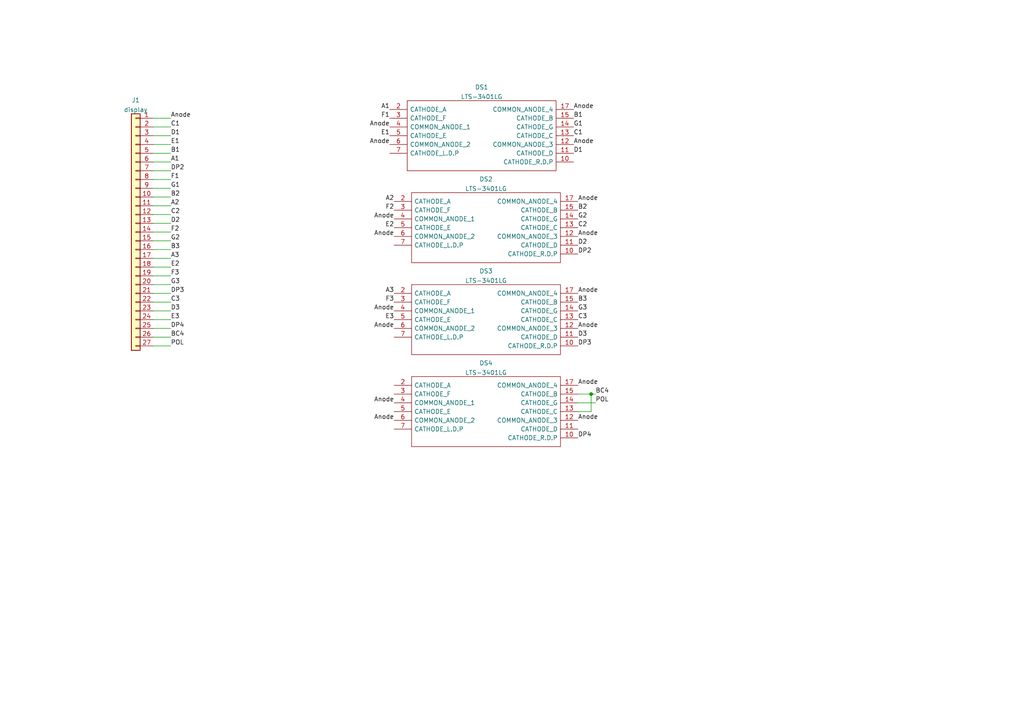
<source format=kicad_sch>
(kicad_sch (version 20211123) (generator eeschema)
  (paper "A4")
  (lib_symbols
    (symbol "Connector_Generic:Conn_01x27" (pin_names (offset 1.016) hide)
      (property "Reference" "J" (at 0 35.56 0))
      (property "Value" "Conn_01x27" (at 0 -35.56 0))
      (symbol "Conn_01x27_1_1"
        (rectangle (start -1.27 -32.893) (end 0 -33.147) (stroke (width 0.1524)))
        (rectangle (start -1.27 -30.353) (end 0 -30.607) (stroke (width 0.1524)))
        (rectangle (start -1.27 -27.813) (end 0 -28.067) (stroke (width 0.1524)))
        (rectangle (start -1.27 -25.273) (end 0 -25.527) (stroke (width 0.1524)))
        (rectangle (start -1.27 -22.733) (end 0 -22.987) (stroke (width 0.1524)))
        (rectangle (start -1.27 -20.193) (end 0 -20.447) (stroke (width 0.1524)))
        (rectangle (start -1.27 -17.653) (end 0 -17.907) (stroke (width 0.1524)))
        (rectangle (start -1.27 -15.113) (end 0 -15.367) (stroke (width 0.1524)))
        (rectangle (start -1.27 -12.573) (end 0 -12.827) (stroke (width 0.1524)))
        (rectangle (start -1.27 -10.033) (end 0 -10.287) (stroke (width 0.1524)))
        (rectangle (start -1.27 -7.493) (end 0 -7.747) (stroke (width 0.1524)))
        (rectangle (start -1.27 -4.953) (end 0 -5.207) (stroke (width 0.1524)))
        (rectangle (start -1.27 -2.413) (end 0 -2.667) (stroke (width 0.1524)))
        (rectangle (start -1.27 0.127) (end 0 -0.127) (stroke (width 0.1524)))
        (rectangle (start -1.27 2.667) (end 0 2.413) (stroke (width 0.1524)))
        (rectangle (start -1.27 5.207) (end 0 4.953) (stroke (width 0.1524)))
        (rectangle (start -1.27 7.747) (end 0 7.493) (stroke (width 0.1524)))
        (rectangle (start -1.27 10.287) (end 0 10.033) (stroke (width 0.1524)))
        (rectangle (start -1.27 12.827) (end 0 12.573) (stroke (width 0.1524)))
        (rectangle (start -1.27 15.367) (end 0 15.113) (stroke (width 0.1524)))
        (rectangle (start -1.27 17.907) (end 0 17.653) (stroke (width 0.1524)))
        (rectangle (start -1.27 20.447) (end 0 20.193) (stroke (width 0.1524)))
        (rectangle (start -1.27 22.987) (end 0 22.733) (stroke (width 0.1524)))
        (rectangle (start -1.27 25.527) (end 0 25.273) (stroke (width 0.1524)))
        (rectangle (start -1.27 28.067) (end 0 27.813) (stroke (width 0.1524)))
        (rectangle (start -1.27 30.607) (end 0 30.353) (stroke (width 0.1524)))
        (rectangle (start -1.27 33.147) (end 0 32.893) (stroke (width 0.1524)))
        (rectangle (start -1.27 34.29) (end 1.27 -34.29) (stroke (width 0.254)) (fill (type background)))
        (pin passive line (at -5.08 33.02 0) (length 3.81) (name "Pin_1") (number "1"))
        (pin passive line (at -5.08 10.16 0) (length 3.81) (name "Pin_10") (number "10"))
        (pin passive line (at -5.08 7.62 0) (length 3.81) (name "Pin_11") (number "11"))
        (pin passive line (at -5.08 5.08 0) (length 3.81) (name "Pin_12") (number "12"))
        (pin passive line (at -5.08 2.54 0) (length 3.81) (name "Pin_13") (number "13"))
        (pin passive line (at -5.08 0 0) (length 3.81) (name "Pin_14") (number "14"))
        (pin passive line (at -5.08 -2.54 0) (length 3.81) (name "Pin_15") (number "15"))
        (pin passive line (at -5.08 -5.08 0) (length 3.81) (name "Pin_16") (number "16"))
        (pin passive line (at -5.08 -7.62 0) (length 3.81) (name "Pin_17") (number "17"))
        (pin passive line (at -5.08 -10.16 0) (length 3.81) (name "Pin_18") (number "18"))
        (pin passive line (at -5.08 -12.7 0) (length 3.81) (name "Pin_19") (number "19"))
        (pin passive line (at -5.08 30.48 0) (length 3.81) (name "Pin_2") (number "2"))
        (pin passive line (at -5.08 -15.24 0) (length 3.81) (name "Pin_20") (number "20"))
        (pin passive line (at -5.08 -17.78 0) (length 3.81) (name "Pin_21") (number "21"))
        (pin passive line (at -5.08 -20.32 0) (length 3.81) (name "Pin_22") (number "22"))
        (pin passive line (at -5.08 -22.86 0) (length 3.81) (name "Pin_23") (number "23"))
        (pin passive line (at -5.08 -25.4 0) (length 3.81) (name "Pin_24") (number "24"))
        (pin passive line (at -5.08 -27.94 0) (length 3.81) (name "Pin_25") (number "25"))
        (pin passive line (at -5.08 -30.48 0) (length 3.81) (name "Pin_26") (number "26"))
        (pin passive line (at -5.08 -33.02 0) (length 3.81) (name "Pin_27") (number "27"))
        (pin passive line (at -5.08 27.94 0) (length 3.81) (name "Pin_3") (number "3"))
        (pin passive line (at -5.08 25.4 0) (length 3.81) (name "Pin_4") (number "4"))
        (pin passive line (at -5.08 22.86 0) (length 3.81) (name "Pin_5") (number "5"))
        (pin passive line (at -5.08 20.32 0) (length 3.81) (name "Pin_6") (number "6"))
        (pin passive line (at -5.08 17.78 0) (length 3.81) (name "Pin_7") (number "7"))
        (pin passive line (at -5.08 15.24 0) (length 3.81) (name "Pin_8") (number "8"))
        (pin passive line (at -5.08 12.7 0) (length 3.81) (name "Pin_9") (number "9"))
      )
    )
    (symbol "mouser:LTS-3401LG" (pin_names (offset 0.762))
      (property "Reference" "DS" (at 49.53 7.62 0))
      (property "Value" "LTS-3401LG" (at 49.53 5.08 0))
      (symbol "LTS-3401LG_0_0"
        (pin passive line (at 53.34 -15.24 180) (length 5.08) (name "CATHODE_R.D.P") (number "10"))
        (pin passive line (at 53.34 -12.7 180) (length 5.08) (name "CATHODE_D") (number "11"))
        (pin passive line (at 53.34 -10.16 180) (length 5.08) (name "COMMON_ANODE_3") (number "12"))
        (pin passive line (at 53.34 -7.62 180) (length 5.08) (name "CATHODE_C") (number "13"))
        (pin passive line (at 53.34 -5.08 180) (length 5.08) (name "CATHODE_G") (number "14"))
        (pin passive line (at 53.34 -2.54 180) (length 5.08) (name "CATHODE_B") (number "15"))
        (pin passive line (at 53.34 0 180) (length 5.08) (name "COMMON_ANODE_4") (number "17"))
        (pin passive line (at 0 0 0) (length 5.08) (name "CATHODE_A") (number "2"))
        (pin passive line (at 0 -2.54 0) (length 5.08) (name "CATHODE_F") (number "3"))
        (pin passive line (at 0 -5.08 0) (length 5.08) (name "COMMON_ANODE_1") (number "4"))
        (pin passive line (at 0 -7.62 0) (length 5.08) (name "CATHODE_E") (number "5"))
        (pin passive line (at 0 -10.16 0) (length 5.08) (name "COMMON_ANODE_2") (number "6"))
        (pin passive line (at 0 -12.7 0) (length 5.08) (name "CATHODE_L.D.P") (number "7"))
      )
      (symbol "LTS-3401LG_0_1"
        (polyline (pts (xy 5.08 2.54) (xy 48.26 2.54) (xy 48.26 -17.78) (xy 5.08 -17.78) (xy 5.08 2.54)) (stroke (width 0.1524)))
      )
    )
  )
  (junction (at 171.45 114.3))
  (wire (pts (xy 44.45 62.23) (xy 49.53 62.23)))
  (wire (pts (xy 44.45 92.71) (xy 49.53 92.71)))
  (wire (pts (xy 44.45 72.39) (xy 49.53 72.39)))
  (wire (pts (xy 44.45 49.53) (xy 49.53 49.53)))
  (wire (pts (xy 44.45 100.33) (xy 49.53 100.33)))
  (wire (pts (xy 44.45 64.77) (xy 49.53 64.77)))
  (wire (pts (xy 44.45 69.85) (xy 49.53 69.85)))
  (wire (pts (xy 44.45 77.47) (xy 49.53 77.47)))
  (wire (pts (xy 167.64 119.38) (xy 171.45 119.38)))
  (wire (pts (xy 44.45 36.83) (xy 49.53 36.83)))
  (wire (pts (xy 44.45 59.69) (xy 49.53 59.69)))
  (wire (pts (xy 171.45 114.3) (xy 167.64 114.3)))
  (wire (pts (xy 44.45 41.91) (xy 49.53 41.91)))
  (wire (pts (xy 44.45 90.17) (xy 49.53 90.17)))
  (wire (pts (xy 44.45 44.45) (xy 49.53 44.45)))
  (wire (pts (xy 44.45 52.07) (xy 49.53 52.07)))
  (wire (pts (xy 172.72 114.3) (xy 171.45 114.3)))
  (wire (pts (xy 44.45 74.93) (xy 49.53 74.93)))
  (wire (pts (xy 44.45 54.61) (xy 49.53 54.61)))
  (wire (pts (xy 44.45 67.31) (xy 49.53 67.31)))
  (wire (pts (xy 44.45 95.25) (xy 49.53 95.25)))
  (wire (pts (xy 171.45 119.38) (xy 171.45 114.3)))
  (wire (pts (xy 44.45 57.15) (xy 49.53 57.15)))
  (wire (pts (xy 44.45 34.29) (xy 49.53 34.29)))
  (wire (pts (xy 44.45 87.63) (xy 49.53 87.63)))
  (wire (pts (xy 167.64 116.84) (xy 172.72 116.84)))
  (wire (pts (xy 44.45 85.09) (xy 49.53 85.09)))
  (wire (pts (xy 44.45 97.79) (xy 49.53 97.79)))
  (wire (pts (xy 44.45 46.99) (xy 49.53 46.99)))
  (wire (pts (xy 44.45 82.55) (xy 49.53 82.55)))
  (wire (pts (xy 44.45 39.37) (xy 49.53 39.37)))
  (wire (pts (xy 44.45 80.01) (xy 49.53 80.01)))
  (label "C3" (at 49.53 87.63 0))
  (label "A2" (at 114.3 58.42 180))
  (label "BC4" (at 172.72 114.3 0))
  (label "E2" (at 49.53 77.47 0))
  (label "E3" (at 49.53 92.71 0))
  (label "Anode" (at 114.3 95.25 180))
  (label "B2" (at 49.53 57.15 0))
  (label "E3" (at 114.3 92.71 180))
  (label "Anode" (at 114.3 116.84 180))
  (label "Anode" (at 167.64 58.42 0))
  (label "Anode" (at 49.53 34.29 0))
  (label "DP3" (at 167.64 100.33 0))
  (label "Anode" (at 166.37 31.75 0))
  (label "D2" (at 167.64 71.12 0))
  (label "A3" (at 49.53 74.93 0))
  (label "F2" (at 114.3 60.96 180))
  (label "G2" (at 49.53 69.85 0))
  (label "F3" (at 114.3 87.63 180))
  (label "E1" (at 113.03 39.37 180))
  (label "C1" (at 166.37 39.37 0))
  (label "G2" (at 167.64 63.5 0))
  (label "DP4" (at 167.64 127 0))
  (label "C2" (at 49.53 62.23 0))
  (label "DP2" (at 49.53 49.53 0))
  (label "B3" (at 167.64 87.63 0))
  (label "A3" (at 114.3 85.09 180))
  (label "A2" (at 49.53 59.69 0))
  (label "G3" (at 49.53 82.55 0))
  (label "Anode" (at 167.64 85.09 0))
  (label "C3" (at 167.64 92.71 0))
  (label "DP3" (at 49.53 85.09 0))
  (label "E2" (at 114.3 66.04 180))
  (label "POL" (at 49.53 100.33 0))
  (label "D2" (at 49.53 64.77 0))
  (label "Anode" (at 167.64 111.76 0))
  (label "DP4" (at 49.53 95.25 0))
  (label "F1" (at 49.53 52.07 0))
  (label "Anode" (at 167.64 95.25 0))
  (label "G1" (at 166.37 36.83 0))
  (label "Anode" (at 166.37 41.91 0))
  (label "Anode" (at 114.3 63.5 180))
  (label "B1" (at 166.37 34.29 0))
  (label "F2" (at 49.53 67.31 0))
  (label "DP2" (at 167.64 73.66 0))
  (label "Anode" (at 113.03 41.91 180))
  (label "D1" (at 49.53 39.37 0))
  (label "B1" (at 49.53 44.45 0))
  (label "G3" (at 167.64 90.17 0))
  (label "F1" (at 113.03 34.29 180))
  (label "F3" (at 49.53 80.01 0))
  (label "A1" (at 49.53 46.99 0))
  (label "Anode" (at 167.64 68.58 0))
  (label "B3" (at 49.53 72.39 0))
  (label "Anode" (at 114.3 68.58 180))
  (label "D3" (at 167.64 97.79 0))
  (label "Anode" (at 167.64 121.92 0))
  (label "POL" (at 172.72 116.84 0))
  (label "G1" (at 49.53 54.61 0))
  (label "D3" (at 49.53 90.17 0))
  (label "C2" (at 167.64 66.04 0))
  (label "Anode" (at 114.3 121.92 180))
  (label "D1" (at 166.37 44.45 0))
  (label "E1" (at 49.53 41.91 0))
  (label "A1" (at 113.03 31.75 180))
  (label "Anode" (at 113.03 36.83 180))
  (label "Anode" (at 114.3 90.17 180))
  (label "C1" (at 49.53 36.83 0))
  (label "BC4" (at 49.53 97.79 0))
  (label "B2" (at 167.64 60.96 0))
  (symbol (lib_id "Connector_Generic:Conn_01x27") (at 39.37 67.31 0) (mirror y) (unit 1)
    (property "Reference" "J1" (at 39.37 29.0535 0))
    (property "Value" "display" (at 39.37 31.8286 0))
    (property "Footprint" "Connector_PinHeader_2.54mm:PinHeader_1x27_P2.54mm_Vertical" (effects hide))
  )
  (symbol (lib_id "mouser:LTS-3401LG") (at 113.03 31.75 0) (unit 1)
    (property "Reference" "DS1" (at 139.7 25.2943 0))
    (property "Value" "LTS-3401LG" (at 139.7 28.0694 0))
    (property "Footprint" "Evan's misc parts:LTS3401LG" (effects hide))
    (property "Datasheet" "https://componentsearchengine.com/Datasheets/1/LTS-3401LG.pdf" (effects hide))
    (property "Description" "LED Displays & Accessories 1-DIG Green CARLD,Display Modules - LED Character and Numeric Green 7-Segment 1 Character Common Anode 2.1V 20mA 1.090\" H x 0.783\" W x 0.330\" D (27.69mm x 19.90mm x 8.38mm) 18-DIP (0.600\", 15.24mm), 13 Leads" (effects hide))
    (property "Height" "8.63" (effects hide))
    (property "Mouser Part Number" "859-LTS-3401LG" (effects hide))
    (property "Mouser Price/Stock" "https://www.mouser.com/Search/Refine.aspx?Keyword=859-LTS-3401LG" (effects hide))
    (property "Manufacturer_Name" "Lite-On" (effects hide))
    (property "Manufacturer_Part_Number" "LTS-3401LG" (effects hide))
  )
  (symbol (lib_id "mouser:LTS-3401LG") (at 114.3 58.42 0) (unit 1)
    (property "Reference" "DS2" (at 140.97 51.9643 0))
    (property "Value" "LTS-3401LG" (at 140.97 54.7394 0))
    (property "Footprint" "Evan's misc parts:LTS3401LG" (effects hide))
    (property "Datasheet" "https://componentsearchengine.com/Datasheets/1/LTS-3401LG.pdf" (effects hide))
    (property "Description" "LED Displays & Accessories 1-DIG Green CARLD,Display Modules - LED Character and Numeric Green 7-Segment 1 Character Common Anode 2.1V 20mA 1.090\" H x 0.783\" W x 0.330\" D (27.69mm x 19.90mm x 8.38mm) 18-DIP (0.600\", 15.24mm), 13 Leads" (effects hide))
    (property "Height" "8.63" (effects hide))
    (property "Mouser Part Number" "859-LTS-3401LG" (effects hide))
    (property "Mouser Price/Stock" "https://www.mouser.com/Search/Refine.aspx?Keyword=859-LTS-3401LG" (effects hide))
    (property "Manufacturer_Name" "Lite-On" (effects hide))
    (property "Manufacturer_Part_Number" "LTS-3401LG" (effects hide))
  )
  (symbol (lib_id "mouser:LTS-3401LG") (at 114.3 85.09 0) (unit 1)
    (property "Reference" "DS3" (at 140.97 78.6343 0))
    (property "Value" "LTS-3401LG" (at 140.97 81.4094 0))
    (property "Footprint" "Evan's misc parts:LTS3401LG" (effects hide))
    (property "Datasheet" "https://componentsearchengine.com/Datasheets/1/LTS-3401LG.pdf" (effects hide))
    (property "Description" "LED Displays & Accessories 1-DIG Green CARLD,Display Modules - LED Character and Numeric Green 7-Segment 1 Character Common Anode 2.1V 20mA 1.090\" H x 0.783\" W x 0.330\" D (27.69mm x 19.90mm x 8.38mm) 18-DIP (0.600\", 15.24mm), 13 Leads" (effects hide))
    (property "Height" "8.63" (effects hide))
    (property "Mouser Part Number" "859-LTS-3401LG" (effects hide))
    (property "Mouser Price/Stock" "https://www.mouser.com/Search/Refine.aspx?Keyword=859-LTS-3401LG" (effects hide))
    (property "Manufacturer_Name" "Lite-On" (effects hide))
    (property "Manufacturer_Part_Number" "LTS-3401LG" (effects hide))
  )
  (symbol (lib_id "mouser:LTS-3401LG") (at 114.3 111.76 0) (unit 1)
    (property "Reference" "DS4" (at 140.97 105.3043 0))
    (property "Value" "LTS-3401LG" (at 140.97 108.0794 0))
    (property "Footprint" "Evan's misc parts:LTS3401LG" (effects hide))
    (property "Datasheet" "https://componentsearchengine.com/Datasheets/1/LTS-3401LG.pdf" (effects hide))
    (property "Description" "LED Displays & Accessories 1-DIG Green CARLD,Display Modules - LED Character and Numeric Green 7-Segment 1 Character Common Anode 2.1V 20mA 1.090\" H x 0.783\" W x 0.330\" D (27.69mm x 19.90mm x 8.38mm) 18-DIP (0.600\", 15.24mm), 13 Leads" (effects hide))
    (property "Height" "8.63" (effects hide))
    (property "Mouser Part Number" "859-LTS-3401LG" (effects hide))
    (property "Mouser Price/Stock" "https://www.mouser.com/Search/Refine.aspx?Keyword=859-LTS-3401LG" (effects hide))
    (property "Manufacturer_Name" "Lite-On" (effects hide))
    (property "Manufacturer_Part_Number" "LTS-3401LG" (effects hide))
  )
)
</source>
